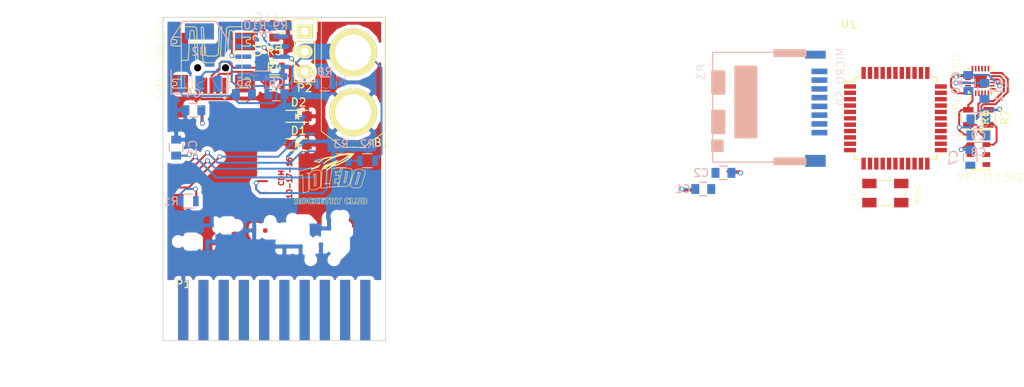
<source format=kicad_pcb>
(kicad_pcb (version 4) (host pcbnew 4.0.4+e1-6308~48~ubuntu16.04.1-stable)
  (layers (0 F.Cu signal) (31 B.Cu signal) (34 B.Paste user) (35 F.Paste user) (36 B.SilkS user) (37 F.SilkS user) (38 B.Mask user) (39 F.Mask user) (44 Edge.Cuts user))
  (net 0 "")
  (net 1 GND)
  (net 2 VCC)
  (net 3 "Net-(C1-Pad1)")
  (net 4 "Net-(C2-Pad1)")
  (net 5 "Net-(C3-Pad1)")
  (net 6 "Net-(C4-Pad1)")
  (net 7 VDD)
  (net 8 "Net-(C7-Pad1)")
  (net 9 "Net-(C11-Pad1)")
  (net 10 VCC_V_LED)
  (net 11 MCU_LED)
  (net 12 E1)
  (net 13 E2)
  (net 14 E3)
  (net 15 E4)
  (net 16 E5)
  (net 17 E6)
  (net 18 E7)
  (net 19 TX)
  (net 20 E9)
  (net 21 E10)
  (net 22 SCL)
  (net 23 SDA)
  (net 24 E8)
  (net 25 RX)
  (net 26 MOSI)
  (net 27 SCK)
  (net 28 RST)
  (net 29 MISO)
  (net 30 SERVO_PWM)
  (net 31 SERVO_S_V)
  (net 32 "Net-(P3-Pad8)")
  (net 33 SD_CS)
  (net 34 "Net-(P3-Pad1)")
  (net 35 VCC_V)
  (net 36 "Net-(R4-Pad1)")
  (net 37 USB_D-)
  (net 38 "Net-(R5-Pad1)")
  (net 39 USB_D+)
  (net 40 "Net-(R10-Pad2)")
  (net 41 SERVO_S_V_A)
  (net 42 "Net-(U1-Pad1)")
  (net 43 "Net-(U1-Pad12)")
  (net 44 "Net-(U1-Pad22)")
  (net 45 "Net-(U1-Pad25)")
  (net 46 "Net-(U1-Pad26)")
  (net 47 "Net-(U1-Pad27)")
  (net 48 "Net-(U1-Pad31)")
  (net 49 "Net-(U1-Pad32)")
  (net 50 "Net-(U3-Pad5)")
  (net 51 "Net-(U3-Pad6)")
  (net 52 "Net-(U4-Pad1)")
  (net 53 "Net-(U4-Pad7)")
  (net 54 "Net-(U4-Pad11)")
  (net 55 "Net-(U4-Pad12)")
  (net 56 "Net-(U4-Pad19)")
  (net 57 "Net-(U4-Pad20)")
  (net 58 "Net-(U4-Pad21)")
  (net 59 "Net-(U4-Pad25)")
  (net 60 "Net-(U5-Pad1)")
  (net 61 "Net-(U5-Pad5)")
  (net 62 "Net-(U5-Pad8)")
  (net 63 "Net-(X1-PadM1)")
  (net 64 "Net-(X1-Pad1)")
  (net 65 "Net-(X1-Pad4)")
  (module "UT ROCKETRY MOD:XT60" (layer F.Cu) (at 155.956 90.678 90)
    (fp_text reference B1 (at -3.81 3.556 180) (layer F.SilkS))
    (fp_text value CONN_01X02)
    (pad 2 thru_hole circle (at 0 0 90) (size 6 6) (drill 4.5) (layers *.Cu *.Mask F.SilkS) (net 1 GND))
    (pad 1 thru_hole circle (at 7.5 0 90) (size 6 6) (drill 4.5) (layers *.Cu *.Mask F.SilkS) (net 2 VCC))
  )
  (module Capacitors_SMD:C_0805 (layer B.Cu) (at 199.898 100.33)
    (fp_text reference C1 (at -2.54 0) (layer B.SilkS) (effects (justify mirror)))
    (fp_text value 33pF)
    (pad 1 smd rect (at -1 0) (size 1 1.25) (layers B.Cu B.Paste B.Mask) (net 3 "Net-(C1-Pad1)"))
    (pad 2 smd rect (at 1 0) (size 1 1.25) (layers B.Cu B.Paste B.Mask) (net 1 GND))
  )
  (module Capacitors_SMD:C_0805 (layer B.Cu) (at 202.438 98.298 180)
    (fp_text reference C2 (at 2.794 0 180) (layer B.SilkS) (effects (justify mirror)))
    (fp_text value 33pF)
    (pad 1 smd rect (at -1 0 180) (size 1 1.25) (layers B.Cu B.Paste B.Mask) (net 4 "Net-(C2-Pad1)"))
    (pad 2 smd rect (at 1 0 180) (size 1 1.25) (layers B.Cu B.Paste B.Mask) (net 1 GND))
  )
  (module Capacitors_SMD:C_0805 (layer B.Cu) (at 133.731 95.123 90)
    (fp_text reference C3 (at 0 2.1 90) (layer B.SilkS) (effects (justify mirror)))
    (fp_text value 1uF)
    (pad 1 smd rect (at -1 0 90) (size 1 1.25) (layers B.Cu B.Paste B.Mask) (net 5 "Net-(C3-Pad1)"))
    (pad 2 smd rect (at 1 0 90) (size 1 1.25) (layers B.Cu B.Paste B.Mask) (net 1 GND))
  )
  (module Capacitors_SMD:C_0805 (layer B.Cu) (at 135.89 90.424 180)
    (fp_text reference C4 (at 0 2.1 180) (layer B.SilkS) (effects (justify mirror)))
    (fp_text value .1uF)
    (pad 1 smd rect (at -1 0 180) (size 1 1.25) (layers B.Cu B.Paste B.Mask) (net 6 "Net-(C4-Pad1)"))
    (pad 2 smd rect (at 1 0 180) (size 1 1.25) (layers B.Cu B.Paste B.Mask) (net 1 GND))
  )
  (module Capacitors_SMD:C_0805 (layer B.Cu) (at 142.24 88.392)
    (fp_text reference C5 (at 0 -1.524) (layer B.SilkS) (effects (justify mirror)))
    (fp_text value 10uF)
    (pad 1 smd rect (at -1 0) (size 1 1.25) (layers B.Cu B.Paste B.Mask) (net 2 VCC))
    (pad 2 smd rect (at 1 0) (size 1 1.25) (layers B.Cu B.Paste B.Mask) (net 1 GND))
  )
  (module Capacitors_SMD:C_0805 (layer B.Cu) (at 146.304 88.392)
    (fp_text reference C6 (at 0 -1.524) (layer B.SilkS) (effects (justify mirror)))
    (fp_text value 22uF)
    (pad 1 smd rect (at -1 0) (size 1 1.25) (layers B.Cu B.Paste B.Mask) (net 7 VDD))
    (pad 2 smd rect (at 1 0) (size 1 1.25) (layers B.Cu B.Paste B.Mask) (net 1 GND))
  )
  (module Capacitors_SMD:C_0805 (layer B.Cu) (at 233.426 96.393 270)
    (fp_text reference C7 (at 0 2.1 270) (layer B.SilkS) (effects (justify mirror)))
    (fp_text value .1uF)
    (pad 1 smd rect (at -1 0 270) (size 1 1.25) (layers B.Cu B.Paste B.Mask) (net 8 "Net-(C7-Pad1)"))
    (pad 2 smd rect (at 1 0 270) (size 1 1.25) (layers B.Cu B.Paste B.Mask) (net 1 GND))
  )
  (module Capacitors_SMD:C_0805 (layer B.Cu) (at 234.442 93.599)
    (fp_text reference C8 (at 0 2.1) (layer B.SilkS) (effects (justify mirror)))
    (fp_text value .1uF)
    (pad 1 smd rect (at -1 0) (size 1 1.25) (layers B.Cu B.Paste B.Mask) (net 7 VDD))
    (pad 2 smd rect (at 1 0) (size 1 1.25) (layers B.Cu B.Paste B.Mask) (net 1 GND))
  )
  (module Capacitors_SMD:C_0805 (layer B.Cu) (at 234.442 91.567)
    (fp_text reference C9 (at 0 2.1) (layer B.SilkS) (effects (justify mirror)))
    (fp_text value 10uF)
    (pad 1 smd rect (at -1 0) (size 1 1.25) (layers B.Cu B.Paste B.Mask) (net 7 VDD))
    (pad 2 smd rect (at 1 0) (size 1 1.25) (layers B.Cu B.Paste B.Mask) (net 1 GND))
  )
  (module Capacitors_SMD:C_0805 (layer B.Cu) (at 233.172 86.995 270)
    (fp_text reference C10 (at 0 1.524 270) (layer B.SilkS) (effects (justify mirror)))
    (fp_text value .1uF)
    (pad 1 smd rect (at -1 0 270) (size 1 1.25) (layers B.Cu B.Paste B.Mask) (net 7 VDD))
    (pad 2 smd rect (at 1 0 270) (size 1 1.25) (layers B.Cu B.Paste B.Mask) (net 1 GND))
  )
  (module Capacitors_SMD:C_0805 (layer B.Cu) (at 235.204 88.011 270)
    (fp_text reference C11 (at 0 -1.778 270) (layer B.SilkS) (effects (justify mirror)))
    (fp_text value .1uF)
    (pad 1 smd rect (at -1 0 270) (size 1 1.25) (layers B.Cu B.Paste B.Mask) (net 9 "Net-(C11-Pad1)"))
    (pad 2 smd rect (at 1 0 270) (size 1 1.25) (layers B.Cu B.Paste B.Mask) (net 1 GND))
  )
  (module Capacitors_SMD:C_0805 (layer F.Cu) (at 146.05 82.296 90)
    (fp_text reference C12 (at 0 -2.1 90) (layer F.SilkS))
    (fp_text value .1uF)
    (pad 1 smd rect (at -1 0 90) (size 1 1.25) (layers F.Cu F.Paste F.Mask) (net 7 VDD))
    (pad 2 smd rect (at 1 0 90) (size 1 1.25) (layers F.Cu F.Paste F.Mask) (net 1 GND))
  )
  (module LEDs:LED_0805 (layer F.Cu) (at 149.098 94.742)
    (fp_text reference D1 (at 0 -1.75) (layer F.SilkS))
    (fp_text value LED_BLUE)
    (pad 2 smd rect (at 1.04902 0 180) (size 1.19888 1.19888) (layers F.Cu F.Paste F.Mask) (net 1 GND))
    (pad 1 smd rect (at -1.04902 0 180) (size 1.19888 1.19888) (layers F.Cu F.Paste F.Mask) (net 10 VCC_V_LED))
  )
  (module LEDs:LED_0805 (layer F.Cu) (at 149.098 91.186)
    (fp_text reference D2 (at 0 -1.75) (layer F.SilkS))
    (fp_text value LED_BLUE)
    (pad 2 smd rect (at 1.04902 0 180) (size 1.19888 1.19888) (layers F.Cu F.Paste F.Mask) (net 1 GND))
    (pad 1 smd rect (at -1.04902 0 180) (size 1.19888 1.19888) (layers F.Cu F.Paste F.Mask) (net 11 MCU_LED))
  )
  (module Pin_Headers:Pin_Header_Straight_1x03 (layer F.Cu) (at 149.86 80.518)
    (fp_text reference P2 (at 0 7.112) (layer F.SilkS))
    (fp_text value SERVO)
    (pad 1 thru_hole rect (at 0 0) (size 2.032 1.7272) (drill 1.016) (layers *.Cu *.Mask F.SilkS) (net 30 SERVO_PWM))
    (pad 2 thru_hole oval (at 0 2.54) (size 2.032 1.7272) (drill 1.016) (layers *.Cu *.Mask F.SilkS) (net 2 VCC))
    (pad 3 thru_hole oval (at 0 5.08) (size 2.032 1.7272) (drill 1.016) (layers *.Cu *.Mask F.SilkS) (net 31 SERVO_S_V))
  )
  (module "UT ROCKETRY MOD:HRS_DM3CS-SF" (layer B.Cu) (at 208.28 90.043 270)
    (fp_text reference P3 (at -4.46 8.635 270) (layer B.SilkS) (effects (font (thickness 0.05)) (justify mirror)))
    (fp_text value "MICRO SD" (at -3.825 -8.865 270) (layer B.SilkS) (effects (font (thickness 0.05)) (justify mirror)))
    (pad 8 smd rect (at -4.5 -6.2 270) (size 0.7 2) (layers B.Cu B.Paste B.Mask) (net 32 "Net-(P3-Pad8)"))
    (pad 7 smd rect (at -3.4 -6.2 270) (size 0.7 2) (layers B.Cu B.Paste B.Mask) (net 29 MISO))
    (pad 6 smd rect (at -2.3 -6.2 270) (size 0.7 2) (layers B.Cu B.Paste B.Mask) (net 1 GND))
    (pad 5 smd rect (at -1.2 -6.2 270) (size 0.7 2) (layers B.Cu B.Paste B.Mask) (net 27 SCK))
    (pad 4 smd rect (at -0.1 -6.2 270) (size 0.7 2) (layers B.Cu B.Paste B.Mask) (net 7 VDD))
    (pad 3 smd rect (at 1 -6.2 270) (size 0.7 2) (layers B.Cu B.Paste B.Mask) (net 26 MOSI))
    (pad 2 smd rect (at 2.1 -6.2 270) (size 0.7 2) (layers B.Cu B.Paste B.Mask) (net 33 SD_CS))
    (pad 1 smd rect (at 3.2 -6.2 270) (size 0.7 2) (layers B.Cu B.Paste B.Mask) (net 34 "Net-(P3-Pad1)"))
    (pad PAD. smd rect (at -6.6 -5.7 270) (size 1 2.6) (layers B.Cu B.Paste B.Mask))
    (pad PAD smd rect (at 6.75 -5.7 270) (size 1.5 2.6) (layers B.Cu B.Paste B.Mask))
  )
  (module Resistors_SMD:R_0805 (layer B.Cu) (at 135.255 101.854)
    (fp_text reference R1 (at -2.159 0) (layer B.SilkS) (effects (justify mirror)))
    (fp_text value 10K)
    (pad 1 smd rect (at -0.95 0) (size 0.7 1.3) (layers B.Cu B.Paste B.Mask) (net 28 RST))
    (pad 2 smd rect (at 0.95 0) (size 0.7 1.3) (layers B.Cu B.Paste B.Mask) (net 7 VDD))
  )
  (module Resistors_SMD:R_0805 (layer B.Cu) (at 157.734 96.774 180)
    (fp_text reference R2 (at 0 2.1 180) (layer B.SilkS) (effects (justify mirror)))
    (fp_text value 3K)
    (pad 1 smd rect (at -0.95 0 180) (size 0.7 1.3) (layers B.Cu B.Paste B.Mask) (net 2 VCC))
    (pad 2 smd rect (at 0.95 0 180) (size 0.7 1.3) (layers B.Cu B.Paste B.Mask) (net 35 VCC_V))
  )
  (module Resistors_SMD:R_0805 (layer B.Cu) (at 154.432 96.774 180)
    (fp_text reference R3 (at 0 2.1 180) (layer B.SilkS) (effects (justify mirror)))
    (fp_text value 1K)
    (pad 1 smd rect (at -0.95 0 180) (size 0.7 1.3) (layers B.Cu B.Paste B.Mask) (net 35 VCC_V))
    (pad 2 smd rect (at 0.95 0 180) (size 0.7 1.3) (layers B.Cu B.Paste B.Mask) (net 1 GND))
  )
  (module Resistors_SMD:R_0805 (layer F.Cu) (at 146.05 87.122)
    (fp_text reference R4 (at 0 -2.1) (layer F.SilkS))
    (fp_text value 22)
    (pad 1 smd rect (at -0.95 0) (size 0.7 1.3) (layers F.Cu F.Paste F.Mask) (net 36 "Net-(R4-Pad1)"))
    (pad 2 smd rect (at 0.95 0) (size 0.7 1.3) (layers F.Cu F.Paste F.Mask) (net 37 USB_D-))
  )
  (module Resistors_SMD:R_0805 (layer F.Cu) (at 146.05 85.09)
    (fp_text reference R5 (at 0 -2.1) (layer F.SilkS))
    (fp_text value 22)
    (pad 1 smd rect (at -0.95 0) (size 0.7 1.3) (layers F.Cu F.Paste F.Mask) (net 38 "Net-(R5-Pad1)"))
    (pad 2 smd rect (at 0.95 0) (size 0.7 1.3) (layers F.Cu F.Paste F.Mask) (net 39 USB_D+))
  )
  (module Resistors_SMD:R_0805 (layer F.Cu) (at 233.172 91.313 270)
    (fp_text reference R6 (at 0 -2.1 270) (layer F.SilkS))
    (fp_text value 10K)
    (pad 1 smd rect (at -0.95 0 270) (size 0.7 1.3) (layers F.Cu F.Paste F.Mask) (net 7 VDD))
    (pad 2 smd rect (at 0.95 0 270) (size 0.7 1.3) (layers F.Cu F.Paste F.Mask) (net 22 SCL))
  )
  (module Resistors_SMD:R_0805 (layer F.Cu) (at 235.712 91.313 270)
    (fp_text reference R7 (at 0 -2.1 270) (layer F.SilkS))
    (fp_text value 10K)
    (pad 1 smd rect (at -0.95 0 270) (size 0.7 1.3) (layers F.Cu F.Paste F.Mask) (net 7 VDD))
    (pad 2 smd rect (at 0.95 0 270) (size 0.7 1.3) (layers F.Cu F.Paste F.Mask) (net 23 SDA))
  )
  (module Resistors_SMD:R_0805 (layer B.Cu) (at 152.4 87.122)
    (fp_text reference R8 (at 0 -1.524) (layer B.SilkS) (effects (justify mirror)))
    (fp_text value .01)
    (pad 1 smd rect (at -0.95 0) (size 0.7 1.3) (layers B.Cu B.Paste B.Mask) (net 31 SERVO_S_V))
    (pad 2 smd rect (at 0.95 0) (size 0.7 1.3) (layers B.Cu B.Paste B.Mask) (net 1 GND))
  )
  (module Resistors_SMD:R_0805 (layer F.Cu) (at 146.812 79.756)
    (fp_text reference R9 (at 0 0) (layer B.SilkS) (effects (justify mirror)))
    (fp_text value 200)
    (pad 1 smd rect (at -0.95 0) (size 0.7 1.3) (layers F.Cu F.Paste F.Mask) (net 40 "Net-(R10-Pad2)"))
    (pad 2 smd rect (at 0.95 0) (size 0.7 1.3) (layers F.Cu F.Paste F.Mask) (net 1 GND))
  )
  (module Resistors_SMD:R_0805 (layer F.Cu) (at 143.637 79.756)
    (fp_text reference R10 (at 0 0) (layer B.SilkS) (effects (justify mirror)))
    (fp_text value 13K)
    (pad 1 smd rect (at -0.95 0) (size 0.7 1.3) (layers F.Cu F.Paste F.Mask) (net 41 SERVO_S_V_A))
    (pad 2 smd rect (at 0.95 0) (size 0.7 1.3) (layers F.Cu F.Paste F.Mask) (net 40 "Net-(R10-Pad2)"))
  )
  (module Housings_QFP:TQFP-44_10x10mm_Pitch0.8mm (layer F.Cu) (at 224.028 91.44)
    (fp_text reference U1 (at -5.842 -11.811) (layer F.SilkS))
    (fp_text value ATmega32U4)
    (pad 1 smd rect (at -5.7 -4) (size 1.5 0.55) (layers F.Cu F.Paste F.Mask) (net 42 "Net-(U1-Pad1)"))
    (pad 2 smd rect (at -5.7 -3.2) (size 1.5 0.55) (layers F.Cu F.Paste F.Mask) (net 7 VDD))
    (pad 3 smd rect (at -5.7 -2.4) (size 1.5 0.55) (layers F.Cu F.Paste F.Mask) (net 37 USB_D-))
    (pad 4 smd rect (at -5.7 -1.6) (size 1.5 0.55) (layers F.Cu F.Paste F.Mask) (net 39 USB_D+))
    (pad 5 smd rect (at -5.7 -0.8) (size 1.5 0.55) (layers F.Cu F.Paste F.Mask) (net 1 GND))
    (pad 6 smd rect (at -5.7 0) (size 1.5 0.55) (layers F.Cu F.Paste F.Mask) (net 5 "Net-(C3-Pad1)"))
    (pad 7 smd rect (at -5.7 0.8) (size 1.5 0.55) (layers F.Cu F.Paste F.Mask) (net 7 VDD))
    (pad 8 smd rect (at -5.7 1.6) (size 1.5 0.55) (layers F.Cu F.Paste F.Mask) (net 33 SD_CS))
    (pad 9 smd rect (at -5.7 2.4) (size 1.5 0.55) (layers F.Cu F.Paste F.Mask) (net 27 SCK))
    (pad 10 smd rect (at -5.7 3.2) (size 1.5 0.55) (layers F.Cu F.Paste F.Mask) (net 26 MOSI))
    (pad 11 smd rect (at -5.7 4) (size 1.5 0.55) (layers F.Cu F.Paste F.Mask) (net 29 MISO))
    (pad 12 smd rect (at -4 5.7 90) (size 1.5 0.55) (layers F.Cu F.Paste F.Mask) (net 43 "Net-(U1-Pad12)"))
    (pad 13 smd rect (at -3.2 5.7 90) (size 1.5 0.55) (layers F.Cu F.Paste F.Mask) (net 28 RST))
    (pad 14 smd rect (at -2.4 5.7 90) (size 1.5 0.55) (layers F.Cu F.Paste F.Mask) (net 7 VDD))
    (pad 15 smd rect (at -1.6 5.7 90) (size 1.5 0.55) (layers F.Cu F.Paste F.Mask) (net 1 GND))
    (pad 16 smd rect (at -0.8 5.7 90) (size 1.5 0.55) (layers F.Cu F.Paste F.Mask) (net 4 "Net-(C2-Pad1)"))
    (pad 17 smd rect (at 0 5.7 90) (size 1.5 0.55) (layers F.Cu F.Paste F.Mask) (net 3 "Net-(C1-Pad1)"))
    (pad 18 smd rect (at 0.8 5.7 90) (size 1.5 0.55) (layers F.Cu F.Paste F.Mask) (net 22 SCL))
    (pad 19 smd rect (at 1.6 5.7 90) (size 1.5 0.55) (layers F.Cu F.Paste F.Mask) (net 23 SDA))
    (pad 20 smd rect (at 2.4 5.7 90) (size 1.5 0.55) (layers F.Cu F.Paste F.Mask) (net 25 RX))
    (pad 21 smd rect (at 3.2 5.7 90) (size 1.5 0.55) (layers F.Cu F.Paste F.Mask) (net 19 TX))
    (pad 22 smd rect (at 4 5.7 90) (size 1.5 0.55) (layers F.Cu F.Paste F.Mask) (net 44 "Net-(U1-Pad22)"))
    (pad 23 smd rect (at 5.7 4) (size 1.5 0.55) (layers F.Cu F.Paste F.Mask) (net 1 GND))
    (pad 24 smd rect (at 5.7 3.2) (size 1.5 0.55) (layers F.Cu F.Paste F.Mask) (net 7 VDD))
    (pad 25 smd rect (at 5.7 2.4) (size 1.5 0.55) (layers F.Cu F.Paste F.Mask) (net 45 "Net-(U1-Pad25)"))
    (pad 26 smd rect (at 5.7 1.6) (size 1.5 0.55) (layers F.Cu F.Paste F.Mask) (net 46 "Net-(U1-Pad26)"))
    (pad 27 smd rect (at 5.7 0.8) (size 1.5 0.55) (layers F.Cu F.Paste F.Mask) (net 47 "Net-(U1-Pad27)"))
    (pad 28 smd rect (at 5.7 0) (size 1.5 0.55) (layers F.Cu F.Paste F.Mask) (net 30 SERVO_PWM))
    (pad 29 smd rect (at 5.7 -0.8) (size 1.5 0.55) (layers F.Cu F.Paste F.Mask) (net 10 VCC_V_LED))
    (pad 30 smd rect (at 5.7 -1.6) (size 1.5 0.55) (layers F.Cu F.Paste F.Mask) (net 11 MCU_LED))
    (pad 31 smd rect (at 5.7 -2.4) (size 1.5 0.55) (layers F.Cu F.Paste F.Mask) (net 48 "Net-(U1-Pad31)"))
    (pad 32 smd rect (at 5.7 -3.2) (size 1.5 0.55) (layers F.Cu F.Paste F.Mask) (net 49 "Net-(U1-Pad32)"))
    (pad 33 smd rect (at 5.7 -4) (size 1.5 0.55) (layers F.Cu F.Paste F.Mask) (net 1 GND))
    (pad 34 smd rect (at 4 -5.7 90) (size 1.5 0.55) (layers F.Cu F.Paste F.Mask) (net 7 VDD))
    (pad 35 smd rect (at 3.2 -5.7 90) (size 1.5 0.55) (layers F.Cu F.Paste F.Mask) (net 1 GND))
    (pad 36 smd rect (at 2.4 -5.7 90) (size 1.5 0.55) (layers F.Cu F.Paste F.Mask) (net 41 SERVO_S_V_A))
    (pad 37 smd rect (at 1.6 -5.7 90) (size 1.5 0.55) (layers F.Cu F.Paste F.Mask) (net 35 VCC_V))
    (pad 38 smd rect (at 0.8 -5.7 90) (size 1.5 0.55) (layers F.Cu F.Paste F.Mask) (net 15 E4))
    (pad 39 smd rect (at 0 -5.7 90) (size 1.5 0.55) (layers F.Cu F.Paste F.Mask) (net 14 E3))
    (pad 40 smd rect (at -0.8 -5.7 90) (size 1.5 0.55) (layers F.Cu F.Paste F.Mask) (net 13 E2))
    (pad 41 smd rect (at -1.6 -5.7 90) (size 1.5 0.55) (layers F.Cu F.Paste F.Mask) (net 12 E1))
    (pad 42 smd rect (at -2.4 -5.7 90) (size 1.5 0.55) (layers F.Cu F.Paste F.Mask) (net 6 "Net-(C4-Pad1)"))
    (pad 43 smd rect (at -3.2 -5.7 90) (size 1.5 0.55) (layers F.Cu F.Paste F.Mask) (net 1 GND))
    (pad 44 smd rect (at -4 -5.7 90) (size 1.5 0.55) (layers F.Cu F.Paste F.Mask) (net 7 VDD))
  )
  (module TO_SOT_Packages_SMD:SOT-223 (layer B.Cu) (at 136.652 83.82 180)
    (fp_text reference U2 (at 0 0.762 180) (layer B.SilkS) (effects (justify mirror)))
    (fp_text value AZ1117)
    (pad 4 smd rect (at 0 3.302 180) (size 3.6576 2.032) (layers B.Cu B.Paste B.Mask))
    (pad 2 smd rect (at 0 -3.302 180) (size 1.016 2.032) (layers B.Cu B.Paste B.Mask) (net 7 VDD))
    (pad 3 smd rect (at 2.286 -3.302 180) (size 1.016 2.032) (layers B.Cu B.Paste B.Mask) (net 2 VCC))
    (pad 1 smd rect (at -2.286 -3.302 180) (size 1.016 2.032) (layers B.Cu B.Paste B.Mask) (net 1 GND))
  )
  (module "UT ROCKETRY MOD:PSON125P300X500X120-8N" (layer F.Cu) (at 234.442 95.377)
    (fp_text reference U3 (at 1.34 -3.435) (layer F.SilkS) (effects (font (thickness 0.05))))
    (fp_text value MPL3115A2 (at 1.475 3.465) (layer F.SilkS) (effects (font (thickness 0.05))))
    (pad 1 smd rect (at -1 -1.875) (size 0.95 0.6) (layers F.Cu F.Paste F.Mask) (net 7 VDD))
    (pad 2 smd rect (at -1 -0.625) (size 0.95 0.6) (layers F.Cu F.Paste F.Mask) (net 8 "Net-(C7-Pad1)"))
    (pad 3 smd rect (at -1 0.625) (size 0.95 0.6) (layers F.Cu F.Paste F.Mask) (net 1 GND))
    (pad 4 smd rect (at -1 1.875) (size 0.95 0.6) (layers F.Cu F.Paste F.Mask) (net 7 VDD))
    (pad 5 smd rect (at 1 1.875) (size 0.95 0.6) (layers F.Cu F.Paste F.Mask) (net 50 "Net-(U3-Pad5)"))
    (pad 6 smd rect (at 1 0.625) (size 0.95 0.6) (layers F.Cu F.Paste F.Mask) (net 51 "Net-(U3-Pad6)"))
    (pad 7 smd rect (at 1 -0.625) (size 0.95 0.6) (layers F.Cu F.Paste F.Mask) (net 23 SDA))
    (pad 8 smd rect (at 1 -1.875) (size 0.95 0.6) (layers F.Cu F.Paste F.Mask) (net 22 SCL))
  )
  (module "UT ROCKETRY MOD:QFN40P300X300X105-25N" (layer F.Cu) (at 234.696 86.741 270)
    (fp_text reference U4 (at 0.04 -2.975 270) (layer F.SilkS) (effects (font (thickness 0.05))))
    (fp_text value MPU-9250 (at 0.745 2.975 270) (layer F.SilkS) (effects (font (thickness 0.05))))
    (pad 1 smd rect (at -1.55 -1 270) (size 0.7 0.2) (layers F.Cu F.Paste F.Mask) (net 52 "Net-(U4-Pad1)"))
    (pad 2 smd rect (at -1.55 -0.6 270) (size 0.7 0.2) (layers F.Cu F.Paste F.Mask))
    (pad 3 smd rect (at -1.55 -0.2 270) (size 0.7 0.2) (layers F.Cu F.Paste F.Mask))
    (pad 4 smd rect (at -1.55 0.2 270) (size 0.7 0.2) (layers F.Cu F.Paste F.Mask))
    (pad 5 smd rect (at -1.55 0.6 270) (size 0.7 0.2) (layers F.Cu F.Paste F.Mask))
    (pad 6 smd rect (at -1.55 1 270) (size 0.7 0.2) (layers F.Cu F.Paste F.Mask))
    (pad 7 smd rect (at -1 1.55) (size 0.7 0.2) (layers F.Cu F.Paste F.Mask) (net 53 "Net-(U4-Pad7)"))
    (pad 8 smd rect (at -0.6 1.55) (size 0.7 0.2) (layers F.Cu F.Paste F.Mask) (net 7 VDD))
    (pad 9 smd rect (at -0.2 1.55) (size 0.7 0.2) (layers F.Cu F.Paste F.Mask) (net 1 GND))
    (pad 10 smd rect (at 0.2 1.55) (size 0.7 0.2) (layers F.Cu F.Paste F.Mask) (net 9 "Net-(C11-Pad1)"))
    (pad 11 smd rect (at 0.6 1.55) (size 0.7 0.2) (layers F.Cu F.Paste F.Mask) (net 54 "Net-(U4-Pad11)"))
    (pad 12 smd rect (at 1 1.55) (size 0.7 0.2) (layers F.Cu F.Paste F.Mask) (net 55 "Net-(U4-Pad12)"))
    (pad 13 smd rect (at 1.55 1 90) (size 0.7 0.2) (layers F.Cu F.Paste F.Mask) (net 7 VDD))
    (pad 14 smd rect (at 1.55 0.6 90) (size 0.7 0.2) (layers F.Cu F.Paste F.Mask))
    (pad 15 smd rect (at 1.55 0.2 90) (size 0.7 0.2) (layers F.Cu F.Paste F.Mask))
    (pad 16 smd rect (at 1.55 -0.2 90) (size 0.7 0.2) (layers F.Cu F.Paste F.Mask))
    (pad 17 smd rect (at 1.55 -0.6 90) (size 0.7 0.2) (layers F.Cu F.Paste F.Mask))
    (pad 18 smd rect (at 1.55 -1 90) (size 0.7 0.2) (layers F.Cu F.Paste F.Mask) (net 1 GND))
    (pad 19 smd rect (at 1 -1.55 180) (size 0.7 0.2) (layers F.Cu F.Paste F.Mask) (net 56 "Net-(U4-Pad19)"))
    (pad 20 smd rect (at 0.6 -1.55 180) (size 0.7 0.2) (layers F.Cu F.Paste F.Mask) (net 57 "Net-(U4-Pad20)"))
    (pad 21 smd rect (at 0.2 -1.55 180) (size 0.7 0.2) (layers F.Cu F.Paste F.Mask) (net 58 "Net-(U4-Pad21)"))
    (pad 22 smd rect (at -0.2 -1.55 180) (size 0.7 0.2) (layers F.Cu F.Paste F.Mask) (net 7 VDD))
    (pad 23 smd rect (at -0.6 -1.55 180) (size 0.7 0.2) (layers F.Cu F.Paste F.Mask) (net 22 SCL))
    (pad 24 smd rect (at -1 -1.55 180) (size 0.7 0.2) (layers F.Cu F.Paste F.Mask) (net 23 SDA))
    (pad 25 smd rect (at 0 0 270) (size 1.75 1.6) (layers F.Cu F.Paste F.Mask) (net 59 "Net-(U4-Pad25)"))
  )
  (module "UT ROCKETRY MOD:SOIC127P600X175-8N" (layer B.Cu) (at 144.526 83.058 180)
    (fp_text reference U5 (at -0.3556 3.937 180) (layer B.SilkS) (effects (font (size 1.64 1.64) (thickness 0.05)) (justify mirror)))
    (fp_text value MCP6L71T-E/SN (at -0.3556 -3.8608 180) (layer B.SilkS) (effects (font (size 1.64 1.64) (thickness 0.05)) (justify mirror)))
    (pad 1 smd rect (at -2.3622 1.905 180) (size 1.9812 0.5588) (layers B.Cu B.Paste B.Mask) (net 60 "Net-(U5-Pad1)"))
    (pad 2 smd rect (at -2.3622 0.635 180) (size 1.9812 0.5588) (layers B.Cu B.Paste B.Mask) (net 40 "Net-(R10-Pad2)"))
    (pad 3 smd rect (at -2.3622 -0.635 180) (size 1.9812 0.5588) (layers B.Cu B.Paste B.Mask) (net 31 SERVO_S_V))
    (pad 4 smd rect (at -2.3622 -1.905 180) (size 1.9812 0.5588) (layers B.Cu B.Paste B.Mask) (net 1 GND))
    (pad 5 smd rect (at 2.3622 -1.905 180) (size 1.9812 0.5588) (layers B.Cu B.Paste B.Mask) (net 61 "Net-(U5-Pad5)"))
    (pad 6 smd rect (at 2.3622 -0.635 180) (size 1.9812 0.5588) (layers B.Cu B.Paste B.Mask) (net 41 SERVO_S_V_A))
    (pad 7 smd rect (at 2.3622 0.635 180) (size 1.9812 0.5588) (layers B.Cu B.Paste B.Mask) (net 7 VDD))
    (pad 8 smd rect (at 2.3622 1.905 180) (size 1.9812 0.5588) (layers B.Cu B.Paste B.Mask) (net 62 "Net-(U5-Pad8)"))
  )
  (module "UT ROCKETRY MOD:UX60-MB-5ST" (layer F.Cu) (at 138.176 87.63 180)
    (fp_text reference X1 (at 1.905 -1.905 180) (layer F.SilkS) (effects (font (thickness 0.05))))
    (fp_text value "SMD USB OTG" (at 6.35 3.81 270) (layer F.SilkS) (effects (font (thickness 0.05))))
    (pad M3 smd rect (at -4.2 0.54 270) (size 2.2 2.5) (layers F.Cu F.Paste F.Mask) (net 63 "Net-(X1-PadM1)"))
    (pad M4 smd rect (at 4.2 0.54 270) (size 2.2 2.5) (layers F.Cu F.Paste F.Mask) (net 63 "Net-(X1-PadM1)"))
    (pad M2 smd rect (at -4.2 5.84 270) (size 2.2 2.5) (layers F.Cu F.Paste F.Mask) (net 63 "Net-(X1-PadM1)"))
    (pad M1 smd rect (at 4.2 5.84 270) (size 2.2 2.5) (layers F.Cu F.Paste F.Mask) (net 63 "Net-(X1-PadM1)"))
    (pad 1 smd rect (at -1.6 0.29 270) (size 2 0.5) (layers F.Cu F.Paste F.Mask) (net 64 "Net-(X1-Pad1)"))
    (pad 2 smd rect (at -0.8 0.29 270) (size 2 0.5) (layers F.Cu F.Paste F.Mask) (net 36 "Net-(R4-Pad1)"))
    (pad 3 smd rect (at 0 0.29 270) (size 2 0.5) (layers F.Cu F.Paste F.Mask) (net 38 "Net-(R5-Pad1)"))
    (pad 4 smd rect (at 0.8 0.29 270) (size 2 0.5) (layers F.Cu F.Paste F.Mask) (net 65 "Net-(X1-Pad4)"))
    (pad 5 smd rect (at 1.6 0.29 270) (size 2 0.5) (layers F.Cu F.Paste F.Mask) (net 1 GND))
    (pad Hole np_thru_hole circle (at -1.75 2.54 180) (size 0.9 0.9) (drill 0.9) (layers))
    (pad Hole np_thru_hole circle (at 1.75 2.54 180) (size 0.9 0.9) (drill 0.9) (layers))
  )
  (module "UT ROCKETRY MOD:OSCSC500X320X110-4N" (layer F.Cu) (at 222.758 100.838 90)
    (fp_text reference Y1 (at -0.4544 -4.0264 90) (layer F.SilkS) (effects (font (size 0.64 0.64) (thickness 0.05))))
    (fp_text value 8MHZ (at -0.048 4.0636 90) (layer F.SilkS) (effects (font (size 0.64 0.64) (thickness 0.05))))
    (pad 4 smd rect (at 1.2 -2) (size 1.8 1.2) (layers F.Cu F.Paste F.Mask) (net 1 GND))
    (pad 3 smd rect (at 1.2 2) (size 1.8 1.2) (layers F.Cu F.Paste F.Mask) (net 4 "Net-(C2-Pad1)"))
    (pad 2 smd rect (at -1.2 2) (size 1.8 1.2) (layers F.Cu F.Paste F.Mask) (net 1 GND))
    (pad 1 smd rect (at -1.2 -2) (size 1.8 1.2) (layers F.Cu F.Paste F.Mask) (net 3 "Net-(C1-Pad1)"))
  )
  (module "UT ROCKETRY MOD:UT LOGO" (layer F.Cu) (at 153.162 99.568)
    (fp_text reference G*** hide)
    (fp_text value LOGO hide)
  )
  (module "UT ROCKETRY MOD:Card Edge 2x10 B" (layer F.Cu) (at 134.62 111.76)
    (fp_text reference P1 (at 0 0.5) (layer F.SilkS))
    (fp_text value CONN_02X10)
    (pad 2 connect rect (at 0 3.81) (size 1.27 7.62) (layers B.Cu B.Mask) (net 1 GND))
    (pad 4 connect rect (at 2.54 3.81) (size 1.27 7.62) (layers B.Cu B.Mask) (net 28 RST))
    (pad 6 connect rect (at 5.08 3.81) (size 1.27 7.62) (layers B.Cu B.Mask) (net 26 MOSI))
    (pad 8 connect rect (at 7.62 3.81) (size 1.27 7.62) (layers B.Cu B.Mask) (net 19 TX))
    (pad 10 connect rect (at 10.16 3.81) (size 1.27 7.62) (layers B.Cu B.Mask) (net 22 SCL))
    (pad 12 connect rect (at 12.7 3.81) (size 1.27 7.62) (layers B.Cu B.Mask) (net 13 E2))
    (pad 14 connect rect (at 15.24 3.81) (size 1.27 7.62) (layers B.Cu B.Mask) (net 15 E4))
    (pad 16 connect rect (at 17.78 3.81) (size 1.27 7.62) (layers B.Cu B.Mask) (net 17 E6))
    (pad 18 connect rect (at 20.32 3.81) (size 1.27 7.62) (layers B.Cu B.Mask) (net 24 E8))
    (pad 20 connect rect (at 22.86 3.81) (size 1.27 7.62) (layers *.Mask B.Cu) (net 21 E10))
    (pad 19 connect rect (at 22.86 3.81) (size 1.27 7.62) (layers F.Cu F.Mask) (net 20 E9))
    (pad 17 connect rect (at 20.32 3.81) (size 1.27 7.62) (layers F.Cu F.Mask) (net 18 E7))
    (pad 15 connect rect (at 17.78 3.81) (size 1.27 7.62) (layers F.Cu F.Mask) (net 16 E5))
    (pad 13 connect rect (at 15.24 3.81) (size 1.27 7.62) (layers F.Cu F.Mask) (net 14 E3))
    (pad 11 connect rect (at 12.7 3.81) (size 1.27 7.62) (layers F.Cu F.Mask) (net 12 E1))
    (pad 9 connect rect (at 10.16 3.81) (size 1.27 7.62) (layers F.Cu F.Mask) (net 23 SDA))
    (pad 7 connect rect (at 7.62 3.81) (size 1.27 7.62) (layers F.Cu F.Mask) (net 25 RX))
    (pad 5 connect rect (at 5.08 3.81) (size 1.27 7.62) (layers F.Cu F.Mask) (net 27 SCK))
    (pad 3 connect rect (at 2.54 3.81) (size 1.27 7.62) (layers F.Cu F.Mask) (net 29 MISO))
    (pad 1 connect rect (at 0 3.81) (size 1.27 7.62) (layers F.Cu F.Mask) (net 7 VDD))
  )
  (gr_text "CDM\n10-17-16" (at 147.447 98.933 90) (layer F.Cu) (effects (font (size 0.635 0.635) (thickness 0.15875))))
  (gr_line (start 132.08 119.38) (end 160.02 119.38) (angle 90) (layer Edge.Cuts) (width 0.1))
  (gr_line (start 160.02 78.74) (end 160.02 119.38) (angle 90) (layer Edge.Cuts) (width 0.1))
  (gr_line (start 132.08 78.74) (end 132.08 119.38) (angle 90) (layer Edge.Cuts) (width 0.1))
  (gr_line (start 132.08 78.74) (end 160.02 78.74) (angle 90) (layer Edge.Cuts) (width 0.1))
  (segment (start 143.764 99.568) (end 143.764 100.33) (width 0.25) (layer F.Cu) (net 0))
  (segment (start 144.78 100.838) (end 145.288 100.838) (width 0.25) (layer F.Cu) (net 0))
  (segment (start 144.272 100.838) (end 144.78 100.838) (width 0.25) (layer F.Cu) (net 0))
  (segment (start 143.764 100.33) (end 144.272 100.838) (width 0.25) (layer F.Cu) (net 0))
  (segment (start 143.993 99.339) (end 145.146 99.339) (width 0.25) (layer F.Cu) (net 0))
  (segment (start 143.764 99.568) (end 143.993 99.339) (width 0.25) (layer F.Cu) (net 0))
  (segment (start 151.107 96.674) (end 151.792 96.674) (width 0.25) (layer B.Cu) (net 0))
  (segment (start 151.792 96.674) (end 152.654 97.536) (width 0.25) (layer B.Cu) (net 0))
  (segment (start 152.654 97.536) (end 152.654 100.33) (width 0.25) (layer B.Cu) (net 0))
  (segment (start 152.654 100.33) (end 152.146 100.838) (width 0.25) (layer B.Cu) (net 0))
  (segment (start 152.146 100.838) (end 144.272 100.838) (width 0.25) (layer B.Cu) (net 0))
  (segment (start 144.272 100.838) (end 143.764 100.33) (width 0.25) (layer B.Cu) (net 0))
  (segment (start 143.764 100.33) (end 143.764 99.568) (width 0.25) (layer B.Cu) (net 0))
  (via (at 143.764 99.568) (size 0.6) (drill 0.4) (layers F.Cu B.Cu) (net 0))
  (segment (start 135.103 99.339) (end 137.668 96.774) (width 0.25) (layer F.Cu) (net 0))
  (via (at 137.668 96.774) (size 0.6) (drill 0.4) (layers F.Cu B.Cu) (net 0))
  (segment (start 135.103 99.339) (end 133.746 99.339) (width 0.25) (layer F.Cu) (net 0))
  (segment (start 138.668 97.774) (end 137.668 96.774) (width 0.25) (layer B.Cu) (net 0))
  (segment (start 151.107 97.774) (end 138.668 97.774) (width 0.25) (layer B.Cu) (net 0))
  (segment (start 149.536 95.574) (end 151.107 95.574) (width 0.25) (layer B.Cu) (net 0))
  (segment (start 148.082 97.028) (end 149.536 95.574) (width 0.25) (layer B.Cu) (net 0))
  (segment (start 138.938 97.028) (end 148.082 97.028) (width 0.25) (layer B.Cu) (net 0))
  (segment (start 137.668 95.758) (end 138.938 97.028) (width 0.25) (layer B.Cu) (net 0))
  (via (at 137.668 95.758) (size 0.6) (drill 0.4) (layers F.Cu B.Cu) (net 0))
  (segment (start 134.887 98.539) (end 137.668 95.758) (width 0.25) (layer F.Cu) (net 0))
  (segment (start 133.746 98.539) (end 134.887 98.539) (width 0.25) (layer F.Cu) (net 0))
  (segment (start 149.45 93.374) (end 151.107 93.374) (width 0.25) (layer B.Cu) (net 0))
  (segment (start 146.558 96.266) (end 149.45 93.374) (width 0.25) (layer B.Cu) (net 0))
  (segment (start 139.192 96.266) (end 146.558 96.266) (width 0.25) (layer B.Cu) (net 0))
  (via (at 139.192 96.266) (size 0.6) (drill 0.4) (layers F.Cu B.Cu) (net 0))
  (segment (start 133.746 100.139) (end 135.319 100.139) (width 0.25) (layer F.Cu) (net 0))
  (segment (start 135.319 100.139) (end 139.192 96.266) (width 0.25) (layer F.Cu) (net 0))
  (segment (start 134.671 97.739) (end 133.746 97.739) (width 0.25) (layer F.Cu) (net 0))
  (via (at 136.144 96.266) (size 0.6) (drill 0.4) (layers F.Cu B.Cu) (net 0))
  (segment (start 134.671 97.739) (end 136.144 96.266) (width 0.25) (layer F.Cu) (net 0))
  (segment (start 138.752 98.874) (end 136.144 96.266) (width 0.25) (layer B.Cu) (net 0))
  (segment (start 151.107 98.874) (end 138.752 98.874) (width 0.25) (layer B.Cu) (net 0))
  (segment (start 149.86 83.058) (end 149.86 83.439) (width 0.25) (layer B.Cu) (net 2))
  (segment (start 149.86 83.439) (end 148.336 84.963) (width 0.25) (layer B.Cu) (net 2))
  (segment (start 141.24 89.17) (end 141.24 88.392) (width 0.25) (layer B.Cu) (net 2))
  (segment (start 141.605 89.535) (end 141.24 89.17) (width 0.25) (layer B.Cu) (net 2))
  (segment (start 145.923 89.535) (end 141.605 89.535) (width 0.25) (layer B.Cu) (net 2))
  (segment (start 146.304 89.154) (end 145.923 89.535) (width 0.25) (layer B.Cu) (net 2))
  (segment (start 146.304 87.63) (end 146.304 89.154) (width 0.25) (layer B.Cu) (net 2))
  (segment (start 146.685 87.249) (end 146.304 87.63) (width 0.25) (layer B.Cu) (net 2))
  (segment (start 147.828 87.249) (end 146.685 87.249) (width 0.25) (layer B.Cu) (net 2))
  (segment (start 148.336 86.741) (end 147.828 87.249) (width 0.25) (layer B.Cu) (net 2))
  (segment (start 148.336 84.963) (end 148.336 86.741) (width 0.25) (layer B.Cu) (net 2))
  (segment (start 155.956 83.178) (end 157.6 83.178) (width 0.25) (layer B.Cu) (net 2))
  (segment (start 157.6 83.178) (end 159.512 85.09) (width 0.25) (layer B.Cu) (net 2))
  (segment (start 159.512 95.946) (end 158.684 96.774) (width 0.25) (layer B.Cu) (net 2))
  (segment (start 159.512 85.09) (end 159.512 95.946) (width 0.25) (layer B.Cu) (net 2))
  (segment (start 149.86 83.058) (end 155.836 83.058) (width 2) (layer B.Cu) (net 2))
  (segment (start 155.836 83.058) (end 155.956 83.178) (width 2) (layer B.Cu) (net 2))
  (segment (start 141.24 88.392) (end 140.716 88.392) (width 0.25) (layer B.Cu) (net 2))
  (segment (start 134.366 88.392) (end 134.366 87.122) (width 0.25) (layer B.Cu) (net 2))
  (segment (start 134.62 88.646) (end 134.366 88.392) (width 0.25) (layer B.Cu) (net 2))
  (segment (start 140.462 88.646) (end 134.62 88.646) (width 0.25) (layer B.Cu) (net 2))
  (segment (start 140.716 88.392) (end 140.462 88.646) (width 0.25) (layer B.Cu) (net 2))
  (segment (start 198.914 100.514) (end 197.415 100.514) (width 0.25) (layer F.Cu) (net 3))
  (segment (start 197.231 100.33) (end 198.898 100.33) (width 0.25) (layer B.Cu) (net 3))
  (via (at 197.231 100.33) (size 0.6) (drill 0.4) (layers F.Cu B.Cu) (net 3))
  (segment (start 197.415 100.514) (end 197.231 100.33) (width 0.25) (layer F.Cu) (net 3))
  (segment (start 202.914 98.114) (end 204.413 98.114) (width 0.25) (layer F.Cu) (net 4))
  (segment (start 204.597 98.298) (end 203.438 98.298) (width 0.25) (layer B.Cu) (net 4))
  (via (at 204.597 98.298) (size 0.6) (drill 0.4) (layers F.Cu B.Cu) (net 4))
  (segment (start 204.413 98.114) (end 204.597 98.298) (width 0.25) (layer F.Cu) (net 4))
  (segment (start 133.746 96.139) (end 135.255 96.139) (width 0.25) (layer F.Cu) (net 5))
  (segment (start 135.271 96.123) (end 133.731 96.123) (width 0.25) (layer B.Cu) (net 5))
  (segment (start 135.382 96.012) (end 135.271 96.123) (width 0.25) (layer B.Cu) (net 5))
  (via (at 135.382 96.012) (size 0.6) (drill 0.4) (layers F.Cu B.Cu) (net 5))
  (segment (start 135.255 96.139) (end 135.382 96.012) (width 0.25) (layer F.Cu) (net 5))
  (segment (start 137.046 90.439) (end 137.046 92.062) (width 0.25) (layer F.Cu) (net 6))
  (segment (start 136.89 91.932) (end 136.89 90.424) (width 0.25) (layer B.Cu) (net 6))
  (segment (start 137.033 92.075) (end 136.89 91.932) (width 0.25) (layer B.Cu) (net 6))
  (via (at 137.033 92.075) (size 0.6) (drill 0.4) (layers F.Cu B.Cu) (net 6))
  (segment (start 137.046 92.062) (end 137.033 92.075) (width 0.25) (layer F.Cu) (net 6))
  (segment (start 233.696 88.291) (end 231.801 88.291) (width 0.25) (layer F.Cu) (net 7))
  (segment (start 231.267 86.233) (end 231.648 86.233) (width 0.25) (layer F.Cu) (net 7))
  (segment (start 231.013 86.487) (end 231.267 86.233) (width 0.25) (layer F.Cu) (net 7))
  (segment (start 231.013 87.503) (end 231.013 86.487) (width 0.25) (layer F.Cu) (net 7))
  (segment (start 231.801 88.291) (end 231.013 87.503) (width 0.25) (layer F.Cu) (net 7))
  (segment (start 232.029 92.583) (end 232.029 90.678) (width 0.25) (layer F.Cu) (net 7))
  (segment (start 232.029 90.678) (end 232.344 90.363) (width 0.25) (layer F.Cu) (net 7))
  (segment (start 232.344 90.363) (end 233.172 90.363) (width 0.25) (layer F.Cu) (net 7))
  (segment (start 233.329 93.502) (end 232.664 93.472) (width 0.25) (layer F.Cu) (net 7))
  (segment (start 232.029 92.964) (end 232.029 92.583) (width 0.25) (layer F.Cu) (net 7))
  (segment (start 232.664 93.472) (end 232.029 92.964) (width 0.25) (layer F.Cu) (net 7))
  (segment (start 232.029 92.583) (end 233.426 92.583) (width 0.25) (layer B.Cu) (net 7))
  (via (at 232.029 92.583) (size 0.6) (drill 0.4) (layers F.Cu B.Cu) (net 7))
  (segment (start 233.696 88.291) (end 233.696 89.265) (width 0.25) (layer F.Cu) (net 7))
  (segment (start 233.696 89.265) (end 233.172 89.789) (width 0.25) (layer F.Cu) (net 7))
  (segment (start 233.172 89.789) (end 233.172 90.363) (width 0.25) (layer F.Cu) (net 7))
  (segment (start 235.712 90.363) (end 237.043 90.363) (width 0.25) (layer F.Cu) (net 7))
  (segment (start 234.188 91.567) (end 233.442 91.567) (width 0.25) (layer B.Cu) (net 7))
  (segment (start 234.442 91.313) (end 234.188 91.567) (width 0.25) (layer B.Cu) (net 7))
  (segment (start 234.442 90.805) (end 234.442 91.313) (width 0.25) (layer B.Cu) (net 7))
  (segment (start 234.823 90.424) (end 234.442 90.805) (width 0.25) (layer B.Cu) (net 7))
  (segment (start 236.982 90.424) (end 234.823 90.424) (width 0.25) (layer B.Cu) (net 7))
  (segment (start 237.109 90.297) (end 236.982 90.424) (width 0.25) (layer B.Cu) (net 7))
  (via (at 237.109 90.297) (size 0.6) (drill 0.4) (layers F.Cu B.Cu) (net 7))
  (segment (start 237.043 90.363) (end 237.109 90.297) (width 0.25) (layer F.Cu) (net 7))
  (segment (start 233.045 91.567) (end 233.442 91.567) (width 0.25) (layer B.Cu) (net 7))
  (segment (start 233.172 85.995) (end 235.728 85.995) (width 0.25) (layer B.Cu) (net 7))
  (segment (start 236.909 86.541) (end 237.109 86.741) (width 0.25) (layer F.Cu) (net 7))
  (segment (start 237.109 86.741) (end 237.109 87.376) (width 0.25) (layer F.Cu) (net 7))
  (via (at 237.109 87.376) (size 0.6) (drill 0.4) (layers F.Cu B.Cu) (net 7))
  (segment (start 236.909 86.541) (end 236.246 86.541) (width 0.25) (layer F.Cu) (net 7))
  (segment (start 235.728 85.995) (end 237.109 87.376) (width 0.25) (layer B.Cu) (net 7))
  (segment (start 136.652 87.122) (end 136.652 86.36) (width 0.25) (layer B.Cu) (net 7))
  (segment (start 136.652 86.36) (end 137.414 85.598) (width 0.25) (layer B.Cu) (net 7))
  (segment (start 137.414 85.598) (end 138.938 85.598) (width 0.25) (layer B.Cu) (net 7))
  (segment (start 138.938 85.598) (end 139.192 85.344) (width 0.25) (layer B.Cu) (net 7))
  (segment (start 139.192 85.344) (end 139.192 84.582) (width 0.25) (layer B.Cu) (net 7))
  (segment (start 139.192 84.582) (end 139.446 84.328) (width 0.25) (layer B.Cu) (net 7))
  (segment (start 139.446 84.328) (end 140.462 84.328) (width 0.25) (layer B.Cu) (net 7))
  (segment (start 140.462 84.328) (end 140.716 84.582) (width 0.25) (layer B.Cu) (net 7))
  (segment (start 140.716 84.582) (end 140.716 86.868) (width 0.25) (layer B.Cu) (net 7))
  (segment (start 140.716 86.868) (end 141.478 87.376) (width 0.25) (layer B.Cu) (net 7))
  (segment (start 141.478 87.376) (end 145.034 87.376) (width 0.25) (layer B.Cu) (net 7))
  (segment (start 145.034 87.376) (end 145.304 87.646) (width 0.25) (layer B.Cu) (net 7))
  (segment (start 145.304 87.646) (end 145.304 88.392) (width 0.25) (layer B.Cu) (net 7))
  (segment (start 146.05 83.296) (end 145.526 83.296) (width 0.25) (layer F.Cu) (net 7))
  (segment (start 145.526 83.296) (end 144.78 82.55) (width 0.25) (layer F.Cu) (net 7))
  (via (at 144.78 82.55) (size 0.6) (drill 0.4) (layers F.Cu B.Cu) (net 7))
  (segment (start 144.78 82.55) (end 144.653 82.423) (width 0.25) (layer B.Cu) (net 7))
  (segment (start 144.653 82.423) (end 142.1638 82.423) (width 0.25) (layer B.Cu) (net 7))
  (segment (start 233.426 92.583) (end 233.426 91.583) (width 0.25) (layer B.Cu) (net 7))
  (segment (start 233.426 91.583) (end 233.442 91.567) (width 0.25) (layer B.Cu) (net 7))
  (segment (start 233.442 93.502) (end 233.329 93.502) (width 0.25) (layer F.Cu) (net 7))
  (segment (start 233.426 92.583) (end 233.442 92.599) (width 0.25) (layer B.Cu) (net 7))
  (segment (start 233.442 92.599) (end 233.442 93.599) (width 0.25) (layer B.Cu) (net 7))
  (segment (start 233.146 86.141) (end 231.74 86.141) (width 0.25) (layer F.Cu) (net 7))
  (segment (start 231.74 86.141) (end 231.648 86.233) (width 0.25) (layer F.Cu) (net 7))
  (via (at 231.648 86.233) (size 0.6) (drill 0.4) (layers F.Cu B.Cu) (net 7))
  (segment (start 231.886 85.995) (end 233.172 85.995) (width 0.25) (layer B.Cu) (net 7))
  (segment (start 231.648 86.233) (end 231.886 85.995) (width 0.25) (layer B.Cu) (net 7))
  (segment (start 233.442 94.752) (end 233.035 94.752) (width 0.25) (layer F.Cu) (net 8))
  (segment (start 233.035 94.752) (end 232.283 95.377) (width 0.25) (layer F.Cu) (net 8))
  (via (at 232.283 95.377) (size 0.6) (drill 0.4) (layers F.Cu B.Cu) (net 8))
  (segment (start 232.283 95.377) (end 232.299 95.393) (width 0.25) (layer B.Cu) (net 8))
  (segment (start 232.299 95.393) (end 233.426 95.393) (width 0.25) (layer B.Cu) (net 8))
  (segment (start 233.146 86.941) (end 231.702 86.941) (width 0.25) (layer F.Cu) (net 9))
  (segment (start 231.664 87.011) (end 235.204 87.011) (width 0.25) (layer B.Cu) (net 9))
  (segment (start 231.648 86.995) (end 231.664 87.011) (width 0.25) (layer B.Cu) (net 9))
  (via (at 231.648 86.995) (size 0.6) (drill 0.4) (layers F.Cu B.Cu) (net 9))
  (segment (start 231.702 86.941) (end 231.648 86.995) (width 0.25) (layer F.Cu) (net 9))
  (segment (start 145.146 95.339) (end 146.469 95.339) (width 0.25) (layer F.Cu) (net 10))
  (segment (start 147.066 94.742) (end 148.04898 94.742) (width 0.25) (layer F.Cu) (net 10))
  (segment (start 146.469 95.339) (end 147.066 94.742) (width 0.25) (layer F.Cu) (net 10))
  (segment (start 145.146 94.539) (end 145.999 94.539) (width 0.25) (layer F.Cu) (net 11))
  (segment (start 147.32 91.186) (end 148.04898 91.186) (width 0.25) (layer F.Cu) (net 11))
  (segment (start 147.066 91.44) (end 147.32 91.186) (width 0.25) (layer F.Cu) (net 11))
  (segment (start 147.066 93.472) (end 147.066 91.44) (width 0.25) (layer F.Cu) (net 11))
  (segment (start 145.999 94.539) (end 147.066 93.472) (width 0.25) (layer F.Cu) (net 11))
  (segment (start 233.172 92.263) (end 233.172 91.567) (width 0.25) (layer F.Cu) (net 22))
  (segment (start 237.144 86.141) (end 236.246 86.141) (width 0.25) (layer F.Cu) (net 22))
  (segment (start 237.647998 86.644998) (end 237.144 86.141) (width 0.25) (layer F.Cu) (net 22))
  (segment (start 237.647998 87.980002) (end 237.647998 86.644998) (width 0.25) (layer F.Cu) (net 22))
  (segment (start 236.347 89.281) (end 237.647998 87.980002) (width 0.25) (layer F.Cu) (net 22))
  (segment (start 234.823 89.281) (end 236.347 89.281) (width 0.25) (layer F.Cu) (net 22))
  (segment (start 234.442 89.662) (end 234.823 89.281) (width 0.25) (layer F.Cu) (net 22))
  (segment (start 234.442 90.932) (end 234.442 89.662) (width 0.25) (layer F.Cu) (net 22))
  (segment (start 234.061 91.313) (end 234.442 90.932) (width 0.25) (layer F.Cu) (net 22))
  (segment (start 233.426 91.313) (end 234.061 91.313) (width 0.25) (layer F.Cu) (net 22))
  (segment (start 233.172 91.567) (end 233.426 91.313) (width 0.25) (layer F.Cu) (net 22))
  (segment (start 235.442 93.502) (end 234.853 93.502) (width 0.25) (layer F.Cu) (net 22))
  (segment (start 234.122 92.263) (end 233.172 92.263) (width 0.25) (layer F.Cu) (net 22))
  (segment (start 234.442 92.583) (end 234.122 92.263) (width 0.25) (layer F.Cu) (net 22))
  (segment (start 234.442 93.091) (end 234.442 92.583) (width 0.25) (layer F.Cu) (net 22))
  (segment (start 234.853 93.502) (end 234.442 93.091) (width 0.25) (layer F.Cu) (net 22))
  (segment (start 235.712 92.263) (end 235.712 91.567) (width 0.25) (layer F.Cu) (net 23))
  (segment (start 237.379 85.741) (end 236.246 85.741) (width 0.25) (layer F.Cu) (net 23))
  (segment (start 238.125 86.487) (end 237.379 85.741) (width 0.25) (layer F.Cu) (net 23))
  (segment (start 238.125 88.138) (end 238.125 86.487) (width 0.25) (layer F.Cu) (net 23))
  (segment (start 236.601 89.662) (end 238.125 88.138) (width 0.25) (layer F.Cu) (net 23))
  (segment (start 235.077 89.662) (end 236.601 89.662) (width 0.25) (layer F.Cu) (net 23))
  (segment (start 234.823 89.916) (end 235.077 89.662) (width 0.25) (layer F.Cu) (net 23))
  (segment (start 234.823 91.059) (end 234.823 89.916) (width 0.25) (layer F.Cu) (net 23))
  (segment (start 235.077 91.313) (end 234.823 91.059) (width 0.25) (layer F.Cu) (net 23))
  (segment (start 235.458 91.313) (end 235.077 91.313) (width 0.25) (layer F.Cu) (net 23))
  (segment (start 235.712 91.567) (end 235.458 91.313) (width 0.25) (layer F.Cu) (net 23))
  (segment (start 235.442 94.752) (end 236.337 94.752) (width 0.25) (layer F.Cu) (net 23))
  (segment (start 236.408 92.263) (end 235.712 92.263) (width 0.25) (layer F.Cu) (net 23))
  (segment (start 236.728 92.583) (end 236.408 92.263) (width 0.25) (layer F.Cu) (net 23))
  (segment (start 236.728 94.361) (end 236.728 92.583) (width 0.25) (layer F.Cu) (net 23))
  (segment (start 236.337 94.752) (end 236.728 94.361) (width 0.25) (layer F.Cu) (net 23))
  (segment (start 136.246 101.839) (end 136.246 100.432) (width 0.25) (layer F.Cu) (net 28))
  (segment (start 134.305 100.899) (end 134.305 101.854) (width 0.25) (layer B.Cu) (net 28))
  (segment (start 134.874 100.33) (end 134.305 100.899) (width 0.25) (layer B.Cu) (net 28))
  (segment (start 136.144 100.33) (end 134.874 100.33) (width 0.25) (layer B.Cu) (net 28))
  (via (at 136.144 100.33) (size 0.6) (drill 0.4) (layers F.Cu B.Cu) (net 28))
  (segment (start 136.246 100.432) (end 136.144 100.33) (width 0.25) (layer F.Cu) (net 28))
  (segment (start 146.8882 83.693) (end 147.955 83.693) (width 0.25) (layer B.Cu) (net 31))
  (segment (start 148.209 83.947) (end 149.86 85.598) (width 0.25) (layer F.Cu) (net 31))
  (via (at 148.209 83.947) (size 0.6) (drill 0.4) (layers F.Cu B.Cu) (net 31))
  (segment (start 147.955 83.693) (end 148.209 83.947) (width 0.25) (layer B.Cu) (net 31))
  (segment (start 149.86 85.598) (end 149.86 86.868) (width 0.25) (layer B.Cu) (net 31))
  (segment (start 150.114 87.122) (end 151.45 87.122) (width 0.25) (layer B.Cu) (net 31))
  (segment (start 149.86 86.868) (end 150.114 87.122) (width 0.25) (layer B.Cu) (net 31))
  (segment (start 155.382 96.774) (end 156.784 96.774) (width 0.25) (layer B.Cu) (net 35))
  (segment (start 145.1 87.122) (end 144.78 87.122) (width 0.25) (layer F.Cu) (net 36))
  (segment (start 144.78 87.122) (end 144.272 86.614) (width 0.25) (layer F.Cu) (net 36))
  (segment (start 144.272 86.614) (end 144.272 86.106) (width 0.25) (layer F.Cu) (net 36))
  (segment (start 144.272 86.106) (end 143.764 85.598) (width 0.25) (layer F.Cu) (net 36))
  (segment (start 143.764 85.598) (end 140.716 85.598) (width 0.25) (layer F.Cu) (net 36))
  (segment (start 140.716 85.598) (end 140.462 85.852) (width 0.25) (layer F.Cu) (net 36))
  (segment (start 140.462 85.852) (end 139.192 85.852) (width 0.25) (layer F.Cu) (net 36))
  (segment (start 139.192 85.852) (end 138.938 86.106) (width 0.25) (layer F.Cu) (net 36))
  (segment (start 138.938 86.106) (end 138.938 87.302) (width 0.25) (layer F.Cu) (net 36))
  (segment (start 138.938 87.302) (end 138.976 87.34) (width 0.25) (layer F.Cu) (net 36))
  (segment (start 138.176 86.106) (end 138.176 87.34) (width 0.25) (layer F.Cu) (net 38))
  (segment (start 139.192 85.09) (end 138.176 86.106) (width 0.25) (layer F.Cu) (net 38))
  (segment (start 139.192 84.582) (end 139.192 85.09) (width 0.25) (layer F.Cu) (net 38))
  (segment (start 139.446 84.328) (end 139.192 84.582) (width 0.25) (layer F.Cu) (net 38))
  (segment (start 140.208 84.328) (end 139.446 84.328) (width 0.25) (layer F.Cu) (net 38))
  (segment (start 140.97 85.09) (end 140.208 84.328) (width 0.25) (layer F.Cu) (net 38))
  (segment (start 145.1 85.09) (end 140.97 85.09) (width 0.25) (layer F.Cu) (net 38))
  (segment (start 144.587 79.756) (end 145.862 79.756) (width 0.25) (layer F.Cu) (net 40))
  (segment (start 144.78 79.949) (end 144.78 81.026) (width 0.25) (layer F.Cu) (net 40))
  (segment (start 145.669 82.423) (end 146.8882 82.423) (width 0.25) (layer B.Cu) (net 40))
  (segment (start 145.669 82.423) (end 144.78 81.534) (width 0.25) (layer B.Cu) (net 40))
  (segment (start 144.78 81.534) (end 144.78 81.026) (width 0.25) (layer B.Cu) (net 40))
  (via (at 144.78 81.026) (size 0.6) (drill 0.4) (layers F.Cu B.Cu) (net 40))
  (segment (start 144.78 79.949) (end 144.587 79.756) (width 0.25) (layer F.Cu) (net 40))
  (segment (start 140.716 83.566) (end 140.716 80.518) (width 0.25) (layer F.Cu) (net 41))
  (segment (start 142.1638 83.693) (end 140.843 83.693) (width 0.25) (layer B.Cu) (net 41))
  (segment (start 140.716 83.566) (end 140.843 83.693) (width 0.25) (layer B.Cu) (net 41))
  (via (at 140.716 83.566) (size 0.6) (drill 0.4) (layers F.Cu B.Cu) (net 41))
  (segment (start 141.478 79.756) (end 142.433 79.756) (width 0.25) (layer F.Cu) (net 41))
  (segment (start 140.716 80.518) (end 141.478 79.756) (width 0.25) (layer F.Cu) (net 41))
  (zone (net 1) (net_name GND) (layer F.Cu) (connect_pads (clearance 0.508)) (min_thickness 0.254) (fill yes (arc_segments 16) (thermal_gap 0.508) (thermal_bridge_width 0.508) (smoothing chamfer))
    (polygon (pts (xy 160.02 111.76) (xy 132.08 111.76) (xy 132.08 78.74) (xy 160.02 78.74)))
  )
  (zone (net 1) (net_name GND) (layer B.Cu) (connect_pads (clearance 0.508)) (min_thickness 0.254) (fill yes (arc_segments 16) (thermal_gap 0.508) (thermal_bridge_width 0.508) (smoothing chamfer))
    (polygon (pts (xy 160.02 111.76) (xy 132.08 111.76) (xy 132.08 78.74) (xy 160.02 78.74)))
  )
)
</source>
